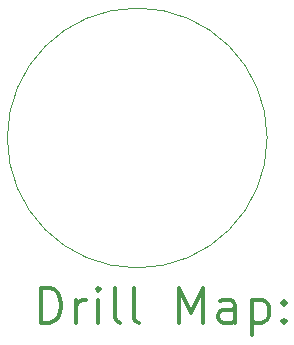
<source format=gbr>
%FSLAX45Y45*%
G04 Gerber Fmt 4.5, Leading zero omitted, Abs format (unit mm)*
G04 Created by KiCad (PCBNEW (5.1.5)-3) date 2020-03-15 09:50:17*
%MOMM*%
%LPD*%
G04 APERTURE LIST*
%TA.AperFunction,Profile*%
%ADD10C,0.050000*%
%TD*%
%ADD11C,0.200000*%
%ADD12C,0.300000*%
G04 APERTURE END LIST*
D10*
X16340000Y-10287000D02*
G75*
G03X16340000Y-10287000I-1100000J0D01*
G01*
D11*
D12*
X14423928Y-11855214D02*
X14423928Y-11555214D01*
X14495357Y-11555214D01*
X14538214Y-11569500D01*
X14566786Y-11598071D01*
X14581071Y-11626643D01*
X14595357Y-11683786D01*
X14595357Y-11726643D01*
X14581071Y-11783786D01*
X14566786Y-11812357D01*
X14538214Y-11840929D01*
X14495357Y-11855214D01*
X14423928Y-11855214D01*
X14723928Y-11855214D02*
X14723928Y-11655214D01*
X14723928Y-11712357D02*
X14738214Y-11683786D01*
X14752500Y-11669500D01*
X14781071Y-11655214D01*
X14809643Y-11655214D01*
X14909643Y-11855214D02*
X14909643Y-11655214D01*
X14909643Y-11555214D02*
X14895357Y-11569500D01*
X14909643Y-11583786D01*
X14923928Y-11569500D01*
X14909643Y-11555214D01*
X14909643Y-11583786D01*
X15095357Y-11855214D02*
X15066786Y-11840929D01*
X15052500Y-11812357D01*
X15052500Y-11555214D01*
X15252500Y-11855214D02*
X15223928Y-11840929D01*
X15209643Y-11812357D01*
X15209643Y-11555214D01*
X15595357Y-11855214D02*
X15595357Y-11555214D01*
X15695357Y-11769500D01*
X15795357Y-11555214D01*
X15795357Y-11855214D01*
X16066786Y-11855214D02*
X16066786Y-11698071D01*
X16052500Y-11669500D01*
X16023928Y-11655214D01*
X15966786Y-11655214D01*
X15938214Y-11669500D01*
X16066786Y-11840929D02*
X16038214Y-11855214D01*
X15966786Y-11855214D01*
X15938214Y-11840929D01*
X15923928Y-11812357D01*
X15923928Y-11783786D01*
X15938214Y-11755214D01*
X15966786Y-11740929D01*
X16038214Y-11740929D01*
X16066786Y-11726643D01*
X16209643Y-11655214D02*
X16209643Y-11955214D01*
X16209643Y-11669500D02*
X16238214Y-11655214D01*
X16295357Y-11655214D01*
X16323928Y-11669500D01*
X16338214Y-11683786D01*
X16352500Y-11712357D01*
X16352500Y-11798071D01*
X16338214Y-11826643D01*
X16323928Y-11840929D01*
X16295357Y-11855214D01*
X16238214Y-11855214D01*
X16209643Y-11840929D01*
X16481071Y-11826643D02*
X16495357Y-11840929D01*
X16481071Y-11855214D01*
X16466786Y-11840929D01*
X16481071Y-11826643D01*
X16481071Y-11855214D01*
X16481071Y-11669500D02*
X16495357Y-11683786D01*
X16481071Y-11698071D01*
X16466786Y-11683786D01*
X16481071Y-11669500D01*
X16481071Y-11698071D01*
M02*

</source>
